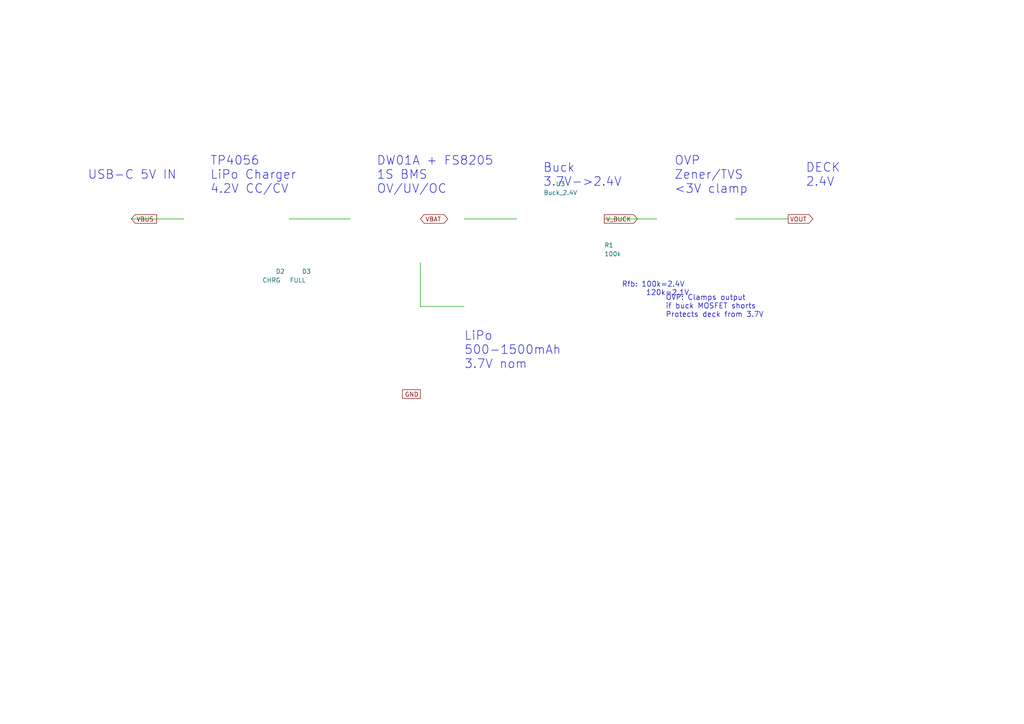
<source format=kicad_sch>
(kicad_sch (version 20231120) (generator "eeschema") (generator_version "8.0")
  (paper "A4")
  (title_block (title "PB-3 LiPo Replacement") (date "2024-12-11") (rev "0.4") (company "AIWA HS-PC202MII") (comment 1 "LiPo 3.7V + Buck 2.4V + OVP") (comment 2 "Open source - CC BY-SA 4.0"))
  (lib_symbols)
  (text "USB-C 5V IN" (at 25.4 50.8 0) (effects (font (size 2.54 2.54)) (justify left)))
  (text "TP4056\nLiPo Charger\n4.2V CC/CV" (at 60.96 50.8 0) (effects (font (size 2.54 2.54)) (justify left)))
  (text "DW01A + FS8205\n1S BMS\nOV/UV/OC" (at 109.22 50.8 0) (effects (font (size 2.54 2.54)) (justify left)))
  (text "Buck\n3.7V->2.4V" (at 157.48 50.8 0) (effects (font (size 2.54 2.54)) (justify left)))
  (text "OVP\nZener/TVS\n<3V clamp" (at 195.58 50.8 0) (effects (font (size 2.54 2.54)) (justify left)))
  (text "DECK\n2.4V" (at 233.68 50.8 0) (effects (font (size 2.54 2.54)) (justify left)))
  (text "LiPo\n500-1500mAh\n3.7V nom" (at 134.62 101.6 0) (effects (font (size 2.54 2.54)) (justify left)))
  (wire (pts (xy 38.1 63.5) (xy 53.34 63.5)))
  (wire (pts (xy 83.82 63.5) (xy 101.6 63.5)))
  (wire (pts (xy 134.62 63.5) (xy 149.86 63.5)))
  (wire (pts (xy 175.26 63.5) (xy 190.5 63.5)))
  (wire (pts (xy 213.36 63.5) (xy 228.6 63.5)))
  (wire (pts (xy 121.92 76.2) (xy 121.92 88.9)))
  (wire (pts (xy 121.92 88.9) (xy 134.62 88.9)))
  (global_label "VBUS" (at 38.1 63.5 0) (shape input))
  (global_label "VBAT" (at 121.92 63.5 0) (shape bidirectional))
  (global_label "V_BUCK" (at 175.26 63.5 0) (shape output))
  (global_label "VOUT" (at 228.6 63.5 0) (shape output))
  (global_label "GND" (at 121.92 114.3 180) (shape passive))
  (symbol (lib_id "Connector:USB_C_Receptacle_USB2.0") (at 30.48 63.5 0) (unit 1)
    (property "Reference" "J1" (at 30.48 45.72 0))
    (property "Value" "USB_C" (at 30.48 48.26 0))
    (property "Footprint" "Connector_USB:USB_C_Receptacle_GCT_USB4105-xx-A" (effects hide))
  )
  (symbol (lib_id "Battery_Management:TP4056") (at 68.58 63.5 0) (unit 1)
    (property "Reference" "U1" (at 68.58 53.34 0))
    (property "Value" "TP4056" (at 68.58 55.88 0))
    (property "Footprint" "Package_SO:SOP-8_3.9x4.9mm_P1.27mm" (effects hide))
    (property "Datasheet" "https://dlnmh9ip6v2uc.cloudfront.net/datasheets/Prototyping/TP4056.pdf" (effects hide))
    (property "LCSC" "C16581" (effects hide))
  )
  (symbol (lib_id "Battery_Management:DW01A") (at 116.84 63.5 0) (unit 1)
    (property "Reference" "U2" (at 116.84 53.34 0))
    (property "Value" "DW01A" (at 116.84 55.88 0))
    (property "Footprint" "Package_TO_SOT_SMD:SOT-23-6" (effects hide))
    (property "LCSC" "C351410" (effects hide))
  )
  (symbol (lib_id "Transistor_FET:FS8205A") (at 116.84 76.2 0) (unit 1)
    (property "Reference" "Q1" (at 121.92 76.2 0) (effects (justify left)))
    (property "Value" "FS8205A" (at 121.92 78.74 0) (effects (justify left)))
    (property "Footprint" "Package_TO_SOT_SMD:SOT-23-6" (effects hide))
    (property "LCSC" "C16052" (effects hide))
  )
  (symbol (lib_id "Device:Battery_Cell") (at 134.62 96.52 0) (unit 1)
    (property "Reference" "BT1" (at 139.7 93.98 0) (effects (justify left)))
    (property "Value" "LiPo_3.7V" (at 139.7 96.52 0) (effects (justify left)))
  )
  (symbol (lib_id "Regulator_Switching:TPS62200") (at 162.56 63.5 0) (unit 1)
    (property "Reference" "U3" (at 162.56 53.34 0))
    (property "Value" "Buck_2.4V" (at 162.56 55.88 0))
    (property "Footprint" "Package_TO_SOT_SMD:SOT-23-5" (effects hide))
  )
  (symbol (lib_id "Device:D_Zener") (at 200.66 71.12 90) (unit 1)
    (property "Reference" "D1" (at 205.74 71.12 90))
    (property "Value" "2.7V_Zener" (at 208.28 71.12 90))
    (property "Footprint" "Diode_SMD:D_SOD-123" (effects hide))
  )
  (symbol (lib_id "Connector:Conn_01x02_Pin") (at 236.22 63.5 0) (unit 1)
    (property "Reference" "J2" (at 236.22 55.88 0))
    (property "Value" "DECK_2.4V" (at 236.22 58.42 0))
    (property "Footprint" "Connector_PinHeader_2.54mm:PinHeader_1x02_P2.54mm_Vertical" (effects hide))
  )
  (symbol (lib_id "Device:LED") (at 76.2 78.74 90) (unit 1)
    (property "Reference" "D2" (at 81.28 78.74 90))
    (property "Value" "CHRG" (at 78.74 81.28 90))
    (property "Footprint" "LED_SMD:LED_0603_1608Metric" (effects hide))
  )
  (symbol (lib_id "Device:LED") (at 83.82 78.74 90) (unit 1)
    (property "Reference" "D3" (at 88.9 78.74 90))
    (property "Value" "FULL" (at 86.36 81.28 90))
    (property "Footprint" "LED_SMD:LED_0603_1608Metric" (effects hide))
  )
  (symbol (lib_id "Device:R") (at 172.72 73.66 0) (unit 1)
    (property "Reference" "R1" (at 175.26 71.12 0) (effects (justify left)))
    (property "Value" "100k" (at 175.26 73.66 0) (effects (justify left)))
    (property "Footprint" "Resistor_SMD:R_0603_1608Metric" (effects hide))
  )
  (text "Rfb: 100k=2.4V\n      120k=2.1V" (at 180.34 83.82 0) (effects (font (size 1.524 1.524)) (justify left)))
  (text "OVP: Clamps output\nif buck MOSFET shorts\nProtects deck from 3.7V" (at 193.04 88.9 0) (effects (font (size 1.524 1.524)) (justify left)))
)
</source>
